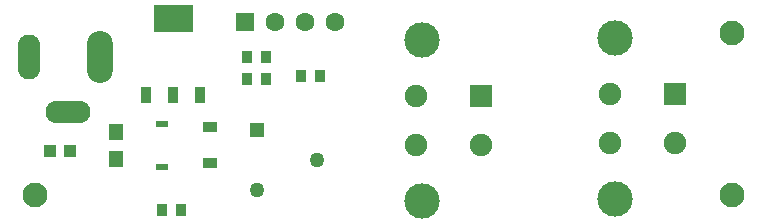
<source format=gbr>
%TF.GenerationSoftware,KiCad,Pcbnew,(6.0.5)*%
%TF.CreationDate,2022-06-11T19:53:57-07:00*%
%TF.ProjectId,L0003-Wheatstone-Bridge,4c303030-332d-4576-9865-617473746f6e,rev?*%
%TF.SameCoordinates,Original*%
%TF.FileFunction,Soldermask,Top*%
%TF.FilePolarity,Negative*%
%FSLAX46Y46*%
G04 Gerber Fmt 4.6, Leading zero omitted, Abs format (unit mm)*
G04 Created by KiCad (PCBNEW (6.0.5)) date 2022-06-11 19:53:57*
%MOMM*%
%LPD*%
G01*
G04 APERTURE LIST*
%ADD10C,0.100000*%
%ADD11R,1.100000X1.000000*%
%ADD12R,1.299997X1.405349*%
%ADD13R,1.295400X0.965200*%
%ADD14C,2.100000*%
%ADD15O,2.200000X4.400000*%
%ADD16O,1.900000X3.800000*%
%ADD17O,3.800000X1.900000*%
%ADD18R,0.940000X1.020000*%
%ADD19R,1.268000X1.268000*%
%ADD20C,1.268000*%
%ADD21R,0.889000X1.473200*%
%ADD22C,2.999999*%
%ADD23R,1.900000X1.900000*%
%ADD24C,1.900000*%
%ADD25R,1.041400X0.584200*%
%ADD26R,1.605000X1.605000*%
%ADD27C,1.605000*%
G04 APERTURE END LIST*
%TO.C,U1*%
G36*
X111074200Y-78849200D02*
G01*
X107873800Y-78849200D01*
X107873800Y-76664800D01*
X111074200Y-76664800D01*
X111074200Y-78849200D01*
G37*
D10*
X111074200Y-78849200D02*
X107873800Y-78849200D01*
X107873800Y-76664800D01*
X111074200Y-76664800D01*
X111074200Y-78849200D01*
%TD*%
D11*
%TO.C,C1*%
X99099000Y-89027000D03*
X100799000Y-89027000D03*
%TD*%
D12*
%TO.C,C2*%
X104648000Y-87369278D03*
X104648000Y-89668722D03*
%TD*%
D13*
%TO.C,D1*%
X112649000Y-90043000D03*
X112649000Y-86995000D03*
%TD*%
D14*
%TO.C,H1*%
X156845000Y-92710000D03*
%TD*%
%TO.C,H2*%
X156845000Y-78994000D03*
%TD*%
%TO.C,H3*%
X97790000Y-92710000D03*
%TD*%
D15*
%TO.C,P1*%
X103289000Y-81026000D03*
D16*
X97334000Y-81026000D03*
D17*
X100584000Y-85716000D03*
%TD*%
D18*
%TO.C,R1*%
X110137000Y-93980000D03*
X108557000Y-93980000D03*
%TD*%
D19*
%TO.C,R2*%
X116586000Y-87249000D03*
D20*
X121666000Y-89789000D03*
X116586000Y-92329000D03*
%TD*%
D18*
%TO.C,R3*%
X120368000Y-82677000D03*
X121948000Y-82677000D03*
%TD*%
%TO.C,R4*%
X117376000Y-82931000D03*
X115796000Y-82931000D03*
%TD*%
%TO.C,R5*%
X115796000Y-81026000D03*
X117376000Y-81026000D03*
%TD*%
D21*
%TO.C,U1*%
X107174000Y-84295000D03*
X109474000Y-84295000D03*
X111774000Y-84295000D03*
%TD*%
D22*
%TO.C,P4*%
X130544006Y-93227975D03*
X130544006Y-79628002D03*
D23*
X135584006Y-84328000D03*
D24*
X135584006Y-88527999D03*
X130084007Y-84328000D03*
X130084007Y-88527999D03*
%TD*%
D22*
%TO.C,P3*%
X146927000Y-79450502D03*
X146927000Y-93050475D03*
D23*
X151967000Y-84150500D03*
D24*
X151967000Y-88350499D03*
X146467001Y-84150500D03*
X146467001Y-88350499D03*
%TD*%
D25*
%TO.C,D2*%
X108585000Y-90360500D03*
X108585000Y-86677500D03*
%TD*%
D26*
%TO.C,P2*%
X115570000Y-78105000D03*
D27*
X118110000Y-78105000D03*
X120650000Y-78105000D03*
X123190000Y-78105000D03*
%TD*%
M02*

</source>
